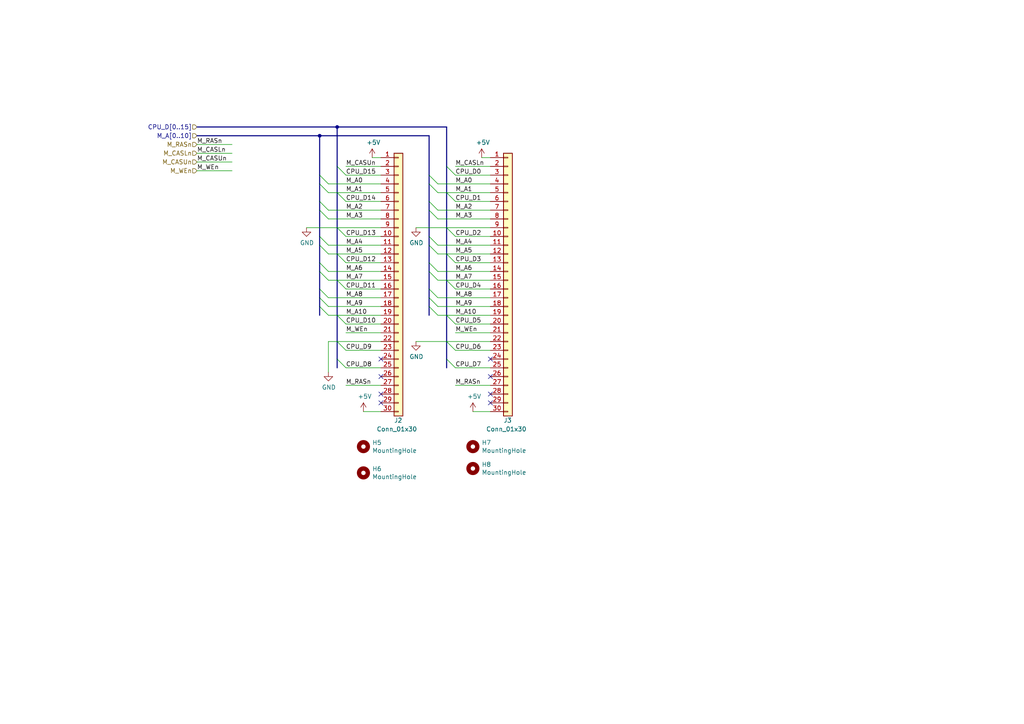
<source format=kicad_sch>
(kicad_sch (version 20211123) (generator eeschema)
  (paper "A4")
  (lib_symbols
    (symbol "Connector_Generic:Conn_01x30" (pin_names (offset 1.016) hide)
      (property "Reference" "J" (at 0 38.1 0))
      (property "Value" "Conn_01x30" (at 0 -40.64 0))
      (symbol "Conn_01x30_1_1"
        (rectangle (start -1.27 -37.973) (end 0 -38.227) (stroke (width 0.1524)))
        (rectangle (start -1.27 -35.433) (end 0 -35.687) (stroke (width 0.1524)))
        (rectangle (start -1.27 -32.893) (end 0 -33.147) (stroke (width 0.1524)))
        (rectangle (start -1.27 -30.353) (end 0 -30.607) (stroke (width 0.1524)))
        (rectangle (start -1.27 -27.813) (end 0 -28.067) (stroke (width 0.1524)))
        (rectangle (start -1.27 -25.273) (end 0 -25.527) (stroke (width 0.1524)))
        (rectangle (start -1.27 -22.733) (end 0 -22.987) (stroke (width 0.1524)))
        (rectangle (start -1.27 -20.193) (end 0 -20.447) (stroke (width 0.1524)))
        (rectangle (start -1.27 -17.653) (end 0 -17.907) (stroke (width 0.1524)))
        (rectangle (start -1.27 -15.113) (end 0 -15.367) (stroke (width 0.1524)))
        (rectangle (start -1.27 -12.573) (end 0 -12.827) (stroke (width 0.1524)))
        (rectangle (start -1.27 -10.033) (end 0 -10.287) (stroke (width 0.1524)))
        (rectangle (start -1.27 -7.493) (end 0 -7.747) (stroke (width 0.1524)))
        (rectangle (start -1.27 -4.953) (end 0 -5.207) (stroke (width 0.1524)))
        (rectangle (start -1.27 -2.413) (end 0 -2.667) (stroke (width 0.1524)))
        (rectangle (start -1.27 0.127) (end 0 -0.127) (stroke (width 0.1524)))
        (rectangle (start -1.27 2.667) (end 0 2.413) (stroke (width 0.1524)))
        (rectangle (start -1.27 5.207) (end 0 4.953) (stroke (width 0.1524)))
        (rectangle (start -1.27 7.747) (end 0 7.493) (stroke (width 0.1524)))
        (rectangle (start -1.27 10.287) (end 0 10.033) (stroke (width 0.1524)))
        (rectangle (start -1.27 12.827) (end 0 12.573) (stroke (width 0.1524)))
        (rectangle (start -1.27 15.367) (end 0 15.113) (stroke (width 0.1524)))
        (rectangle (start -1.27 17.907) (end 0 17.653) (stroke (width 0.1524)))
        (rectangle (start -1.27 20.447) (end 0 20.193) (stroke (width 0.1524)))
        (rectangle (start -1.27 22.987) (end 0 22.733) (stroke (width 0.1524)))
        (rectangle (start -1.27 25.527) (end 0 25.273) (stroke (width 0.1524)))
        (rectangle (start -1.27 28.067) (end 0 27.813) (stroke (width 0.1524)))
        (rectangle (start -1.27 30.607) (end 0 30.353) (stroke (width 0.1524)))
        (rectangle (start -1.27 33.147) (end 0 32.893) (stroke (width 0.1524)))
        (rectangle (start -1.27 35.687) (end 0 35.433) (stroke (width 0.1524)))
        (rectangle (start -1.27 36.83) (end 1.27 -39.37) (stroke (width 0.254)) (fill (type background)))
        (pin passive line (at -5.08 35.56 0) (length 3.81) (name "Pin_1") (number "1"))
        (pin passive line (at -5.08 12.7 0) (length 3.81) (name "Pin_10") (number "10"))
        (pin passive line (at -5.08 10.16 0) (length 3.81) (name "Pin_11") (number "11"))
        (pin passive line (at -5.08 7.62 0) (length 3.81) (name "Pin_12") (number "12"))
        (pin passive line (at -5.08 5.08 0) (length 3.81) (name "Pin_13") (number "13"))
        (pin passive line (at -5.08 2.54 0) (length 3.81) (name "Pin_14") (number "14"))
        (pin passive line (at -5.08 0 0) (length 3.81) (name "Pin_15") (number "15"))
        (pin passive line (at -5.08 -2.54 0) (length 3.81) (name "Pin_16") (number "16"))
        (pin passive line (at -5.08 -5.08 0) (length 3.81) (name "Pin_17") (number "17"))
        (pin passive line (at -5.08 -7.62 0) (length 3.81) (name "Pin_18") (number "18"))
        (pin passive line (at -5.08 -10.16 0) (length 3.81) (name "Pin_19") (number "19"))
        (pin passive line (at -5.08 33.02 0) (length 3.81) (name "Pin_2") (number "2"))
        (pin passive line (at -5.08 -12.7 0) (length 3.81) (name "Pin_20") (number "20"))
        (pin passive line (at -5.08 -15.24 0) (length 3.81) (name "Pin_21") (number "21"))
        (pin passive line (at -5.08 -17.78 0) (length 3.81) (name "Pin_22") (number "22"))
        (pin passive line (at -5.08 -20.32 0) (length 3.81) (name "Pin_23") (number "23"))
        (pin passive line (at -5.08 -22.86 0) (length 3.81) (name "Pin_24") (number "24"))
        (pin passive line (at -5.08 -25.4 0) (length 3.81) (name "Pin_25") (number "25"))
        (pin passive line (at -5.08 -27.94 0) (length 3.81) (name "Pin_26") (number "26"))
        (pin passive line (at -5.08 -30.48 0) (length 3.81) (name "Pin_27") (number "27"))
        (pin passive line (at -5.08 -33.02 0) (length 3.81) (name "Pin_28") (number "28"))
        (pin passive line (at -5.08 -35.56 0) (length 3.81) (name "Pin_29") (number "29"))
        (pin passive line (at -5.08 30.48 0) (length 3.81) (name "Pin_3") (number "3"))
        (pin passive line (at -5.08 -38.1 0) (length 3.81) (name "Pin_30") (number "30"))
        (pin passive line (at -5.08 27.94 0) (length 3.81) (name "Pin_4") (number "4"))
        (pin passive line (at -5.08 25.4 0) (length 3.81) (name "Pin_5") (number "5"))
        (pin passive line (at -5.08 22.86 0) (length 3.81) (name "Pin_6") (number "6"))
        (pin passive line (at -5.08 20.32 0) (length 3.81) (name "Pin_7") (number "7"))
        (pin passive line (at -5.08 17.78 0) (length 3.81) (name "Pin_8") (number "8"))
        (pin passive line (at -5.08 15.24 0) (length 3.81) (name "Pin_9") (number "9"))
      )
    )
    (symbol "Mechanical:MountingHole" (pin_names (offset 1.016))
      (property "Reference" "H" (at 0 5.08 0))
      (property "Value" "MountingHole" (at 0 3.175 0))
      (symbol "MountingHole_0_1"
        (circle (center 0 0) (radius 1.27) (stroke (width 1.27)))
      )
    )
    (symbol "power:+5V" (power) (pin_names (offset 0))
      (property "Value" "+5V" (at 0 3.556 0))
      (symbol "+5V_0_1"
        (polyline (pts (xy -0.762 1.27) (xy 0 2.54)))
        (polyline (pts (xy 0 0) (xy 0 2.54)))
        (polyline (pts (xy 0 2.54) (xy 0.762 1.27)))
      )
      (symbol "+5V_1_1"
        (pin power_in line (at 0 0 90) (length 0) hide (name "+5V") (number "1"))
      )
    )
    (symbol "power:GND" (power) (pin_names (offset 0))
      (property "Value" "GND" (at 0 -3.81 0))
      (symbol "GND_0_1"
        (polyline (pts (xy 0 0) (xy 0 -1.27) (xy 1.27 -1.27) (xy 0 -2.54) (xy -1.27 -1.27) (xy 0 -1.27)))
      )
      (symbol "GND_1_1"
        (pin power_in line (at 0 0 270) (length 0) hide (name "GND") (number "1"))
      )
    )
  )
  (junction (at 92.71 39.37))
  (junction (at 97.79 36.83))
  (no_connect (at 142.24 116.84))
  (no_connect (at 142.24 104.14))
  (no_connect (at 110.49 114.3))
  (no_connect (at 142.24 114.3))
  (no_connect (at 110.49 109.22))
  (no_connect (at 110.49 104.14))
  (no_connect (at 142.24 109.22))
  (no_connect (at 110.49 116.84))
  (bus_entry (at 129.54 73.66) (size 2.54 2.54))
  (bus_entry (at 97.79 55.88) (size 2.54 2.54))
  (bus_entry (at 97.79 99.06) (size 2.54 2.54))
  (bus_entry (at 92.71 71.12) (size 2.54 2.54))
  (bus_entry (at 124.46 86.36) (size 2.54 2.54))
  (bus_entry (at 124.46 53.34) (size 2.54 2.54))
  (bus_entry (at 97.79 104.14) (size 2.54 2.54))
  (bus_entry (at 92.71 86.36) (size 2.54 2.54))
  (bus_entry (at 92.71 88.9) (size 2.54 2.54))
  (bus_entry (at 124.46 83.82) (size 2.54 2.54))
  (bus_entry (at 124.46 60.96) (size 2.54 2.54))
  (bus_entry (at 129.54 48.26) (size 2.54 2.54))
  (bus_entry (at 92.71 60.96) (size 2.54 2.54))
  (bus_entry (at 129.54 99.06) (size 2.54 2.54))
  (bus_entry (at 97.79 73.66) (size 2.54 2.54))
  (bus_entry (at 129.54 66.04) (size 2.54 2.54))
  (bus_entry (at 129.54 104.14) (size 2.54 2.54))
  (bus_entry (at 124.46 71.12) (size 2.54 2.54))
  (bus_entry (at 129.54 55.88) (size 2.54 2.54))
  (bus_entry (at 129.54 81.28) (size 2.54 2.54))
  (bus_entry (at 124.46 88.9) (size 2.54 2.54))
  (bus_entry (at 92.71 83.82) (size 2.54 2.54))
  (bus_entry (at 129.54 91.44) (size 2.54 2.54))
  (bus_entry (at 97.79 48.26) (size 2.54 2.54))
  (bus_entry (at 92.71 78.74) (size 2.54 2.54))
  (bus_entry (at 92.71 68.58) (size 2.54 2.54))
  (bus_entry (at 124.46 76.2) (size 2.54 2.54))
  (bus_entry (at 92.71 53.34) (size 2.54 2.54))
  (bus_entry (at 92.71 76.2) (size 2.54 2.54))
  (bus_entry (at 92.71 58.42) (size 2.54 2.54))
  (bus_entry (at 97.79 81.28) (size 2.54 2.54))
  (bus_entry (at 97.79 66.04) (size 2.54 2.54))
  (bus_entry (at 124.46 58.42) (size 2.54 2.54))
  (bus_entry (at 124.46 50.8) (size 2.54 2.54))
  (bus_entry (at 92.71 50.8) (size 2.54 2.54))
  (bus_entry (at 124.46 78.74) (size 2.54 2.54))
  (bus_entry (at 97.79 91.44) (size 2.54 2.54))
  (bus_entry (at 124.46 68.58) (size 2.54 2.54))
  (bus (pts (xy 124.46 71.12) (xy 124.46 76.2)))
  (wire (pts (xy 95.25 55.88) (xy 97.79 55.88)))
  (wire (pts (xy 97.79 99.06) (xy 110.49 99.06)))
  (bus (pts (xy 97.79 36.83) (xy 97.79 48.26)))
  (bus (pts (xy 92.71 39.37) (xy 92.71 50.8)))
  (wire (pts (xy 95.25 81.28) (xy 97.79 81.28)))
  (wire (pts (xy 57.15 46.99) (xy 67.31 46.99)))
  (wire (pts (xy 107.95 45.72) (xy 110.49 45.72)))
  (bus (pts (xy 129.54 36.83) (xy 129.54 48.26)))
  (bus (pts (xy 129.54 55.88) (xy 129.54 66.04)))
  (wire (pts (xy 132.08 101.6) (xy 142.24 101.6)))
  (bus (pts (xy 124.46 86.36) (xy 124.46 88.9)))
  (wire (pts (xy 100.33 101.6) (xy 110.49 101.6)))
  (wire (pts (xy 132.08 93.98) (xy 142.24 93.98)))
  (wire (pts (xy 132.08 50.8) (xy 142.24 50.8)))
  (wire (pts (xy 132.08 68.58) (xy 142.24 68.58)))
  (wire (pts (xy 127 60.96) (xy 142.24 60.96)))
  (bus (pts (xy 97.79 73.66) (xy 97.79 81.28)))
  (wire (pts (xy 120.65 99.06) (xy 129.54 99.06)))
  (wire (pts (xy 57.15 49.53) (xy 67.31 49.53)))
  (wire (pts (xy 100.33 96.52) (xy 110.49 96.52)))
  (wire (pts (xy 127 73.66) (xy 129.54 73.66)))
  (wire (pts (xy 132.08 76.2) (xy 142.24 76.2)))
  (wire (pts (xy 127 91.44) (xy 129.54 91.44)))
  (wire (pts (xy 132.08 106.68) (xy 142.24 106.68)))
  (wire (pts (xy 129.54 66.04) (xy 142.24 66.04)))
  (bus (pts (xy 92.71 53.34) (xy 92.71 58.42)))
  (wire (pts (xy 95.25 63.5) (xy 110.49 63.5)))
  (bus (pts (xy 124.46 39.37) (xy 124.46 50.8)))
  (wire (pts (xy 95.25 60.96) (xy 110.49 60.96)))
  (wire (pts (xy 57.15 44.45) (xy 67.31 44.45)))
  (wire (pts (xy 95.25 53.34) (xy 110.49 53.34)))
  (bus (pts (xy 92.71 50.8) (xy 92.71 53.34)))
  (wire (pts (xy 127 55.88) (xy 129.54 55.88)))
  (wire (pts (xy 95.25 71.12) (xy 110.49 71.12)))
  (wire (pts (xy 139.7 45.72) (xy 142.24 45.72)))
  (wire (pts (xy 95.25 78.74) (xy 110.49 78.74)))
  (wire (pts (xy 129.54 99.06) (xy 142.24 99.06)))
  (bus (pts (xy 97.79 81.28) (xy 97.79 91.44)))
  (wire (pts (xy 95.25 99.06) (xy 97.79 99.06)))
  (wire (pts (xy 97.79 91.44) (xy 110.49 91.44)))
  (bus (pts (xy 129.54 91.44) (xy 129.54 99.06)))
  (wire (pts (xy 129.54 81.28) (xy 142.24 81.28)))
  (wire (pts (xy 100.33 111.76) (xy 110.49 111.76)))
  (wire (pts (xy 57.15 41.91) (xy 67.31 41.91)))
  (bus (pts (xy 97.79 91.44) (xy 97.79 99.06)))
  (wire (pts (xy 100.33 50.8) (xy 110.49 50.8)))
  (bus (pts (xy 124.46 58.42) (xy 124.46 60.96)))
  (wire (pts (xy 127 71.12) (xy 142.24 71.12)))
  (bus (pts (xy 124.46 60.96) (xy 124.46 68.58)))
  (wire (pts (xy 95.25 73.66) (xy 97.79 73.66)))
  (wire (pts (xy 100.33 93.98) (xy 110.49 93.98)))
  (bus (pts (xy 124.46 53.34) (xy 124.46 58.42)))
  (wire (pts (xy 100.33 83.82) (xy 110.49 83.82)))
  (wire (pts (xy 97.79 66.04) (xy 110.49 66.04)))
  (bus (pts (xy 124.46 68.58) (xy 124.46 71.12)))
  (wire (pts (xy 127 88.9) (xy 142.24 88.9)))
  (wire (pts (xy 137.16 119.38) (xy 142.24 119.38)))
  (bus (pts (xy 124.46 83.82) (xy 124.46 86.36)))
  (bus (pts (xy 124.46 78.74) (xy 124.46 83.82)))
  (bus (pts (xy 97.79 99.06) (xy 97.79 104.14)))
  (bus (pts (xy 92.71 86.36) (xy 92.71 88.9)))
  (wire (pts (xy 100.33 106.68) (xy 110.49 106.68)))
  (bus (pts (xy 124.46 76.2) (xy 124.46 78.74)))
  (wire (pts (xy 127 81.28) (xy 129.54 81.28)))
  (wire (pts (xy 100.33 68.58) (xy 110.49 68.58)))
  (wire (pts (xy 127 78.74) (xy 142.24 78.74)))
  (bus (pts (xy 92.71 88.9) (xy 92.71 91.44)))
  (wire (pts (xy 97.79 55.88) (xy 110.49 55.88)))
  (wire (pts (xy 100.33 48.26) (xy 110.49 48.26)))
  (wire (pts (xy 95.25 91.44) (xy 97.79 91.44)))
  (bus (pts (xy 129.54 73.66) (xy 129.54 81.28)))
  (bus (pts (xy 97.79 104.14) (xy 97.79 106.68)))
  (wire (pts (xy 95.25 86.36) (xy 110.49 86.36)))
  (wire (pts (xy 100.33 76.2) (xy 110.49 76.2)))
  (wire (pts (xy 127 86.36) (xy 142.24 86.36)))
  (bus (pts (xy 92.71 39.37) (xy 124.46 39.37)))
  (bus (pts (xy 92.71 60.96) (xy 92.71 68.58)))
  (wire (pts (xy 132.08 83.82) (xy 142.24 83.82)))
  (bus (pts (xy 129.54 48.26) (xy 129.54 55.88)))
  (bus (pts (xy 97.79 36.83) (xy 129.54 36.83)))
  (bus (pts (xy 124.46 50.8) (xy 124.46 53.34)))
  (bus (pts (xy 92.71 76.2) (xy 92.71 78.74)))
  (bus (pts (xy 97.79 66.04) (xy 97.79 73.66)))
  (bus (pts (xy 57.15 36.83) (xy 97.79 36.83)))
  (wire (pts (xy 97.79 81.28) (xy 110.49 81.28)))
  (wire (pts (xy 132.08 111.76) (xy 142.24 111.76)))
  (bus (pts (xy 97.79 55.88) (xy 97.79 66.04)))
  (wire (pts (xy 88.9 66.04) (xy 97.79 66.04)))
  (wire (pts (xy 97.79 73.66) (xy 110.49 73.66)))
  (bus (pts (xy 92.71 58.42) (xy 92.71 60.96)))
  (bus (pts (xy 97.79 48.26) (xy 97.79 55.88)))
  (wire (pts (xy 100.33 58.42) (xy 110.49 58.42)))
  (wire (pts (xy 129.54 91.44) (xy 142.24 91.44)))
  (wire (pts (xy 129.54 55.88) (xy 142.24 55.88)))
  (bus (pts (xy 92.71 83.82) (xy 92.71 86.36)))
  (wire (pts (xy 95.25 88.9) (xy 110.49 88.9)))
  (wire (pts (xy 95.25 99.06) (xy 95.25 107.95)))
  (bus (pts (xy 92.71 68.58) (xy 92.71 71.12)))
  (bus (pts (xy 92.71 78.74) (xy 92.71 83.82)))
  (wire (pts (xy 129.54 73.66) (xy 142.24 73.66)))
  (wire (pts (xy 120.65 66.04) (xy 129.54 66.04)))
  (wire (pts (xy 127 53.34) (xy 142.24 53.34)))
  (wire (pts (xy 105.41 119.38) (xy 110.49 119.38)))
  (bus (pts (xy 57.15 39.37) (xy 92.71 39.37)))
  (bus (pts (xy 129.54 99.06) (xy 129.54 104.14)))
  (bus (pts (xy 129.54 104.14) (xy 129.54 106.68)))
  (bus (pts (xy 129.54 66.04) (xy 129.54 73.66)))
  (bus (pts (xy 124.46 88.9) (xy 124.46 91.44)))
  (wire (pts (xy 127 63.5) (xy 142.24 63.5)))
  (wire (pts (xy 132.08 96.52) (xy 142.24 96.52)))
  (bus (pts (xy 92.71 71.12) (xy 92.71 76.2)))
  (wire (pts (xy 132.08 48.26) (xy 142.24 48.26)))
  (wire (pts (xy 132.08 58.42) (xy 142.24 58.42)))
  (bus (pts (xy 129.54 81.28) (xy 129.54 91.44)))
  (label "M_CASUn" (at 100.33 48.26 0))
  (label "M_WEn" (at 57.15 49.53 0))
  (label "M_A5" (at 132.08 73.66 0))
  (label "M_A6" (at 132.08 78.74 0))
  (label "M_CASLn" (at 132.08 48.26 0))
  (label "M_A9" (at 100.33 88.9 0))
  (label "CPU_D2" (at 132.08 68.58 0))
  (label "M_A1" (at 100.33 55.88 0))
  (label "M_A1" (at 132.08 55.88 0))
  (label "M_A8" (at 100.33 86.36 0))
  (label "CPU_D5" (at 132.08 93.98 0))
  (label "CPU_D8" (at 100.33 106.68 0))
  (label "M_A3" (at 132.08 63.5 0))
  (label "M_A3" (at 100.33 63.5 0))
  (label "M_CASUn" (at 57.15 46.99 0))
  (label "M_CASLn" (at 57.15 44.45 0))
  (label "M_RASn" (at 100.33 111.76 0))
  (label "M_A9" (at 132.08 88.9 0))
  (label "CPU_D7" (at 132.08 106.68 0))
  (label "M_A0" (at 100.33 53.34 0))
  (label "CPU_D15" (at 100.33 50.8 0))
  (label "CPU_D11" (at 100.33 83.82 0))
  (label "M_A2" (at 132.08 60.96 0))
  (label "M_A4" (at 132.08 71.12 0))
  (label "M_A5" (at 100.33 73.66 0))
  (label "M_A7" (at 100.33 81.28 0))
  (label "M_RASn" (at 57.15 41.91 0))
  (label "M_A2" (at 100.33 60.96 0))
  (label "CPU_D9" (at 100.33 101.6 0))
  (label "CPU_D10" (at 100.33 93.98 0))
  (label "M_A0" (at 132.08 53.34 0))
  (label "M_WEn" (at 132.08 96.52 0))
  (label "CPU_D14" (at 100.33 58.42 0))
  (label "M_A4" (at 100.33 71.12 0))
  (label "CPU_D1" (at 132.08 58.42 0))
  (label "M_A10" (at 100.33 91.44 0))
  (label "CPU_D13" (at 100.33 68.58 0))
  (label "CPU_D4" (at 132.08 83.82 0))
  (label "CPU_D0" (at 132.08 50.8 0))
  (label "CPU_D12" (at 100.33 76.2 0))
  (label "CPU_D3" (at 132.08 76.2 0))
  (label "M_A6" (at 100.33 78.74 0))
  (label "M_RASn" (at 132.08 111.76 0))
  (label "M_A10" (at 132.08 91.44 0))
  (label "M_WEn" (at 100.33 96.52 0))
  (label "M_A7" (at 132.08 81.28 0))
  (label "CPU_D6" (at 132.08 101.6 0))
  (label "M_A8" (at 132.08 86.36 0))
  (hierarchical_label "M_WEn" (shape input) (at 57.15 49.53 180))
  (hierarchical_label "M_CASUn" (shape input) (at 57.15 46.99 180))
  (hierarchical_label "M_A[0..10]" (shape input) (at 57.15 39.37 180))
  (hierarchical_label "M_CASLn" (shape input) (at 57.15 44.45 180))
  (hierarchical_label "CPU_D[0..15]" (shape input) (at 57.15 36.83 180))
  (hierarchical_label "M_RASn" (shape input) (at 57.15 41.91 180))
  (symbol (lib_id "Mechanical:MountingHole") (at 105.41 137.16 0) (unit 1)
    (property "Reference" "H6" (at 107.95 135.9916 0) (effects (justify left)))
    (property "Value" "MountingHole" (at 107.95 138.303 0) (effects (justify left)))
    (property "Footprint" "Mounting_Holes:MountingHole_2.7mm_M2.5_DIN965_Pad" (effects hide))
  )
  (symbol (lib_id "Mechanical:MountingHole") (at 105.41 129.54 0) (unit 1)
    (property "Reference" "H5" (at 107.95 128.3716 0) (effects (justify left)))
    (property "Value" "MountingHole" (at 107.95 130.683 0) (effects (justify left)))
    (property "Footprint" "Mounting_Holes:MountingHole_2.7mm_M2.5_DIN965_Pad" (effects hide))
  )
  (symbol (lib_id "Mechanical:MountingHole") (at 137.16 135.89 0) (unit 1)
    (property "Reference" "H8" (at 139.7 134.7216 0) (effects (justify left)))
    (property "Value" "MountingHole" (at 139.7 137.033 0) (effects (justify left)))
    (property "Footprint" "Mounting_Holes:MountingHole_2.7mm_M2.5_DIN965_Pad" (effects hide))
  )
  (symbol (lib_id "Mechanical:MountingHole") (at 137.16 129.54 0) (unit 1)
    (property "Reference" "H7" (at 139.7 128.3716 0) (effects (justify left)))
    (property "Value" "MountingHole" (at 139.7 130.683 0) (effects (justify left)))
    (property "Footprint" "Mounting_Holes:MountingHole_2.7mm_M2.5_DIN965_Pad" (effects hide))
  )
  (symbol (lib_id "Connector_Generic:Conn_01x30") (at 147.32 81.28 0) (unit 1)
    (property "Reference" "J3" (at 146.05 121.92 0) (effects (justify left)))
    (property "Value" "Conn_01x30" (at 140.97 124.46 0) (effects (justify left)))
    (property "Footprint" "Pin_Headers:PinHeader_1x30_P2.54mm_Vertical" (effects hide))
  )
  (symbol (lib_id "power:+5V") (at 139.7 45.72 0) (unit 1)
    (property "Reference" "#PWR0116" (effects hide))
    (property "Value" "+5V" (at 140.081 41.3258 0))
  )
  (symbol (lib_id "power:GND") (at 120.65 66.04 0) (unit 1)
    (property "Reference" "#PWR0120" (effects hide))
    (property "Value" "GND" (at 120.777 70.4342 0))
  )
  (symbol (lib_id "power:+5V") (at 137.16 119.38 0) (unit 1)
    (property "Reference" "#PWR0121" (effects hide))
    (property "Value" "+5V" (at 137.541 114.9858 0))
  )
  (symbol (lib_id "power:GND") (at 120.65 99.06 0) (unit 1)
    (property "Reference" "#PWR0122" (effects hide))
    (property "Value" "GND" (at 120.777 103.4542 0))
  )
  (symbol (lib_id "Connector_Generic:Conn_01x30") (at 115.57 81.28 0) (unit 1)
    (property "Reference" "J2" (at 114.3 121.92 0) (effects (justify left)))
    (property "Value" "Conn_01x30" (at 109.22 124.46 0) (effects (justify left)))
    (property "Footprint" "Pin_Headers:PinHeader_1x30_P2.54mm_Vertical" (effects hide))
  )
  (symbol (lib_id "power:+5V") (at 107.95 45.72 0) (unit 1)
    (property "Reference" "#PWR0123" (effects hide))
    (property "Value" "+5V" (at 108.331 41.3258 0))
  )
  (symbol (lib_id "power:+5V") (at 105.41 119.38 0) (unit 1)
    (property "Reference" "#PWR0124" (effects hide))
    (property "Value" "+5V" (at 105.791 114.9858 0))
  )
  (symbol (lib_id "power:GND") (at 95.25 107.95 0) (unit 1)
    (property "Reference" "#PWR0125" (effects hide))
    (property "Value" "GND" (at 95.377 112.3442 0))
  )
  (symbol (lib_id "power:GND") (at 88.9 66.04 0) (unit 1)
    (property "Reference" "#PWR0126" (effects hide))
    (property "Value" "GND" (at 89.027 70.4342 0))
  )
)
</source>
